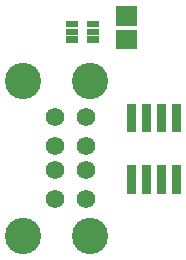
<source format=gbr>
G04 start of page 5 for group -4062 idx -4062 *
G04 Title: (unknown), soldermask *
G04 Creator: pcb 20091103 *
G04 CreationDate: Sun 13 Mar 2011 09:43:22 AM GMT UTC *
G04 For: gjhurlbu *
G04 Format: Gerber/RS-274X *
G04 PCB-Dimensions: 600000 500000 *
G04 PCB-Coordinate-Origin: lower left *
%MOIN*%
%FSLAX25Y25*%
%LNBACKMASK*%
%ADD20C,0.0620*%
%ADD21C,0.1210*%
%ADD22R,0.0300X0.0300*%
%ADD23R,0.0650X0.0650*%
%ADD24R,0.0210X0.0210*%
G54D20*X59254Y398422D03*
Y388622D03*
X69554Y406322D03*
Y398422D03*
Y388622D03*
X59254Y416122D03*
Y406322D03*
X69554Y416122D03*
G54D21*X70954Y428222D03*
X48554D03*
X70954Y376522D03*
X48554D03*
G54D22*X100000Y419000D02*Y412500D01*
X90000Y398500D02*Y392000D01*
X85000Y398500D02*Y392000D01*
Y419000D02*Y412500D01*
X90000Y419000D02*Y412500D01*
X95000Y419000D02*Y412500D01*
X100000Y398500D02*Y392000D01*
X95000Y398500D02*Y392000D01*
G54D23*X83000Y449774D02*X83394D01*
X83000Y441900D02*X83394D01*
G54D24*X64000D02*X66000D01*
X64000Y444500D02*X66000D01*
X64000Y447000D02*X66000D01*
X71000D02*X73000D01*
X71000Y444500D02*X73000D01*
X71000Y441900D02*X73000D01*
M02*

</source>
